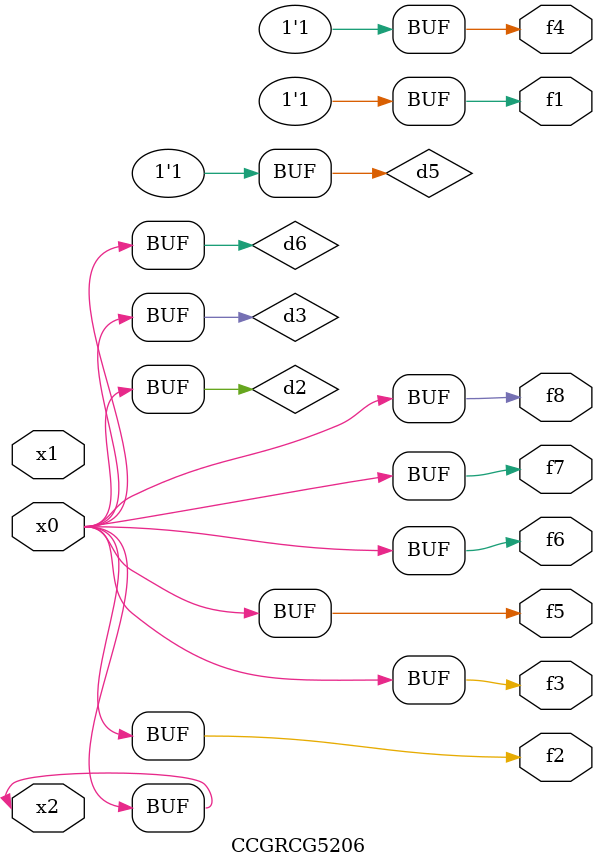
<source format=v>
module CCGRCG5206(
	input x0, x1, x2,
	output f1, f2, f3, f4, f5, f6, f7, f8
);

	wire d1, d2, d3, d4, d5, d6;

	xnor (d1, x2);
	buf (d2, x0, x2);
	and (d3, x0);
	xnor (d4, x1, x2);
	nand (d5, d1, d3);
	buf (d6, d2, d3);
	assign f1 = d5;
	assign f2 = d6;
	assign f3 = d6;
	assign f4 = d5;
	assign f5 = d6;
	assign f6 = d6;
	assign f7 = d6;
	assign f8 = d6;
endmodule

</source>
